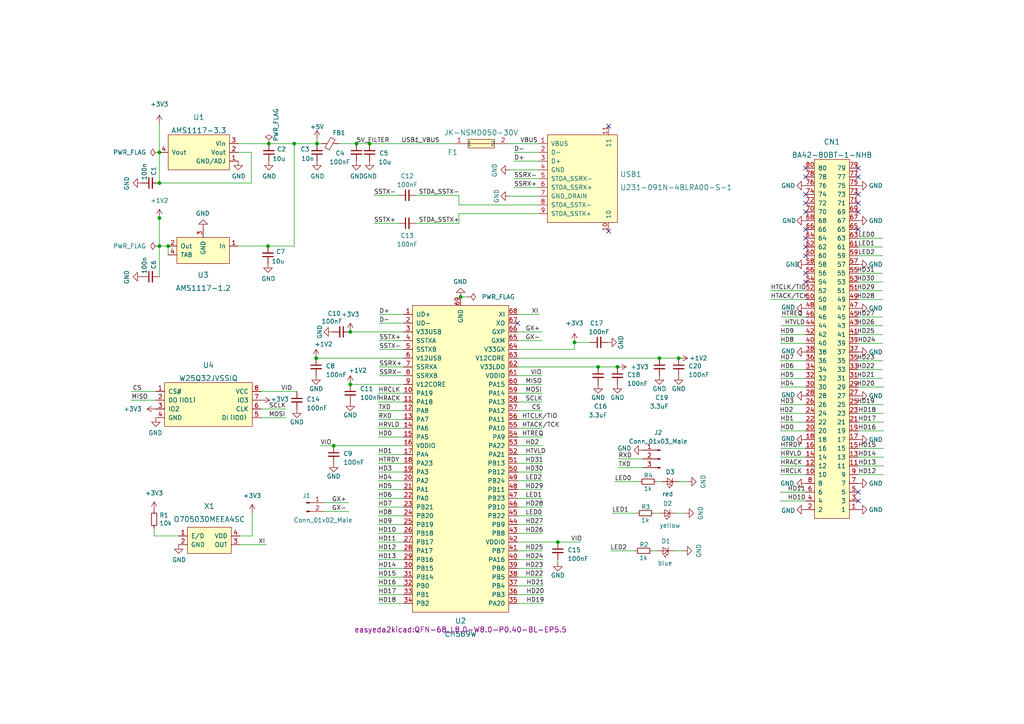
<source format=kicad_sch>
(kicad_sch (version 20211123) (generator eeschema)
  (paper "A4")
  (title_block (title "USB3 Superspeed FPGA Board") (company "Hans Baier"))
  (junction (at 91.694 103.886))
  (junction (at 101.6 111.506))
  (junction (at 77.978 41.656))
  (junction (at 191.262 103.886))
  (junction (at 46.228 63.246))
  (junction (at 46.228 53.086))
  (junction (at 101.6 96.266))
  (junction (at 77.724 71.374))
  (junction (at 46.228 71.374))
  (junction (at 161.798 157.226))
  (junction (at 166.624 99.314))
  (junction (at 196.85 103.886))
  (junction (at 96.774 129.286))
  (junction (at 133.604 86.106))
  (junction (at 179.07 106.426))
  (junction (at 46.228 44.196))
  (junction (at 173.482 106.426))
  (junction (at 107.188 41.656))
  (junction (at 48.768 71.374))
  (junction (at 85.344 41.656))
  (junction (at 103.378 41.656))
  (junction (at 91.948 41.656))
  (no_connect (at 233.68 61.468))
  (no_connect (at 248.92 66.548))
  (no_connect (at 248.92 61.468))
  (no_connect (at 248.92 58.928))
  (no_connect (at 248.92 56.388))
  (no_connect (at 233.68 74.168))
  (no_connect (at 233.68 69.088))
  (no_connect (at 233.68 71.628))
  (no_connect (at 233.68 66.548))
  (no_connect (at 248.92 145.288))
  (no_connect (at 248.92 51.308))
  (no_connect (at 150.114 93.726))
  (no_connect (at 176.53 36.576))
  (no_connect (at 248.92 142.748))
  (no_connect (at 176.53 67.056))
  (no_connect (at 248.92 48.768))
  (no_connect (at 233.68 48.768))
  (no_connect (at 233.68 51.308))
  (no_connect (at 233.68 56.388))
  (no_connect (at 233.68 58.928))
  (no_connect (at 233.68 79.248))
  (no_connect (at 233.68 81.788))
  (wire (pts (xy 117.094 147.066) (xy 109.728 147.066)))
  (wire (pts (xy 248.92 109.728) (xy 256.032 109.728)))
  (wire (pts (xy 109.982 108.966) (xy 117.094 108.966)))
  (wire (pts (xy 149.098 51.816) (xy 156.21 51.816)))
  (wire (pts (xy 69.088 71.374) (xy 77.724 71.374)))
  (wire (pts (xy 157.226 111.506) (xy 150.114 111.506)))
  (wire (pts (xy 248.92 71.628) (xy 256.032 71.628)))
  (wire (pts (xy 191.262 103.886) (xy 196.85 103.886)))
  (wire (pts (xy 109.728 119.126) (xy 117.094 119.126)))
  (wire (pts (xy 157.48 129.286) (xy 150.114 129.286)))
  (wire (pts (xy 256.032 107.188) (xy 248.92 107.188)))
  (wire (pts (xy 150.114 106.426) (xy 173.482 106.426)))
  (wire (pts (xy 248.92 97.028) (xy 256.032 97.028)))
  (wire (pts (xy 248.92 112.268) (xy 256.286 112.268)))
  (wire (pts (xy 226.314 137.668) (xy 233.68 137.668)))
  (wire (pts (xy 96.774 129.286) (xy 117.094 129.286)))
  (wire (pts (xy 108.458 64.77) (xy 115.57 64.77)))
  (wire (pts (xy 157.226 134.366) (xy 150.114 134.366)))
  (wire (pts (xy 46.228 63.246) (xy 46.228 71.374)))
  (wire (pts (xy 248.92 91.948) (xy 256.032 91.948)))
  (wire (pts (xy 91.948 40.386) (xy 91.948 41.656)))
  (wire (pts (xy 72.898 44.196) (xy 72.898 53.086)))
  (wire (pts (xy 256.032 69.088) (xy 248.92 69.088)))
  (wire (pts (xy 69.088 41.656) (xy 77.978 41.656)))
  (wire (pts (xy 109.982 101.346) (xy 117.094 101.346)))
  (wire (pts (xy 77.978 41.656) (xy 85.344 41.656)))
  (wire (pts (xy 91.694 103.886) (xy 117.094 103.886)))
  (wire (pts (xy 256.286 132.588) (xy 248.92 132.588)))
  (wire (pts (xy 256.286 122.428) (xy 248.92 122.428)))
  (wire (pts (xy 147.828 49.276) (xy 156.21 49.276)))
  (wire (pts (xy 150.114 103.886) (xy 191.262 103.886)))
  (wire (pts (xy 117.094 169.926) (xy 109.728 169.926)))
  (wire (pts (xy 117.094 144.526) (xy 109.728 144.526)))
  (wire (pts (xy 109.728 124.206) (xy 117.094 124.206)))
  (wire (pts (xy 157.226 114.046) (xy 150.114 114.046)))
  (wire (pts (xy 157.226 121.666) (xy 150.114 121.666)))
  (wire (pts (xy 117.094 131.826) (xy 109.728 131.826)))
  (wire (pts (xy 82.804 121.158) (xy 75.692 121.158)))
  (wire (pts (xy 109.982 98.806) (xy 117.094 98.806)))
  (wire (pts (xy 157.226 96.266) (xy 150.114 96.266)))
  (wire (pts (xy 72.898 53.086) (xy 46.228 53.086)))
  (wire (pts (xy 73.152 148.844) (xy 73.152 155.448)))
  (wire (pts (xy 157.226 124.206) (xy 150.114 124.206)))
  (wire (pts (xy 256.286 119.888) (xy 248.92 119.888)))
  (wire (pts (xy 256.032 99.568) (xy 248.92 99.568)))
  (wire (pts (xy 150.114 154.686) (xy 157.226 154.686)))
  (wire (pts (xy 226.314 135.128) (xy 233.68 135.128)))
  (wire (pts (xy 179.324 133.096) (xy 186.436 133.096)))
  (wire (pts (xy 173.482 106.426) (xy 179.07 106.426)))
  (wire (pts (xy 46.228 71.374) (xy 46.228 80.264)))
  (wire (pts (xy 248.92 104.648) (xy 256.032 104.648)))
  (wire (pts (xy 233.68 99.568) (xy 226.314 99.568)))
  (wire (pts (xy 117.094 152.146) (xy 109.728 152.146)))
  (wire (pts (xy 73.152 155.448) (xy 69.596 155.448)))
  (wire (pts (xy 166.624 99.314) (xy 166.624 101.346)))
  (wire (pts (xy 226.314 132.588) (xy 233.68 132.588)))
  (wire (pts (xy 44.704 155.448) (xy 44.704 153.162)))
  (wire (pts (xy 101.092 148.336) (xy 93.98 148.336)))
  (wire (pts (xy 161.798 162.306) (xy 161.798 163.068)))
  (wire (pts (xy 190.5 159.766) (xy 189.23 159.766)))
  (wire (pts (xy 133.096 61.976) (xy 133.096 64.77)))
  (wire (pts (xy 157.226 126.746) (xy 150.114 126.746)))
  (wire (pts (xy 117.094 157.226) (xy 109.728 157.226)))
  (wire (pts (xy 196.088 148.844) (xy 198.628 148.844)))
  (wire (pts (xy 248.92 84.328) (xy 256.032 84.328)))
  (wire (pts (xy 46.228 71.374) (xy 48.768 71.374)))
  (wire (pts (xy 48.768 71.374) (xy 48.768 73.914)))
  (wire (pts (xy 51.816 155.448) (xy 44.704 155.448)))
  (wire (pts (xy 226.314 124.968) (xy 233.68 124.968)))
  (wire (pts (xy 69.596 157.988) (xy 77.216 157.988)))
  (wire (pts (xy 226.314 130.048) (xy 233.68 130.048)))
  (wire (pts (xy 157.48 169.926) (xy 150.114 169.926)))
  (wire (pts (xy 117.094 141.986) (xy 109.728 141.986)))
  (wire (pts (xy 256.286 135.128) (xy 248.92 135.128)))
  (wire (pts (xy 195.58 159.766) (xy 198.12 159.766)))
  (wire (pts (xy 150.114 167.386) (xy 157.226 167.386)))
  (wire (pts (xy 157.48 175.006) (xy 150.114 175.006)))
  (wire (pts (xy 38.1 116.078) (xy 45.212 116.078)))
  (wire (pts (xy 117.094 167.386) (xy 109.728 167.386)))
  (wire (pts (xy 150.114 162.306) (xy 157.48 162.306)))
  (wire (pts (xy 103.378 41.656) (xy 107.188 41.656)))
  (wire (pts (xy 179.324 135.636) (xy 186.436 135.636)))
  (wire (pts (xy 248.92 81.788) (xy 256.032 81.788)))
  (wire (pts (xy 69.088 44.196) (xy 72.898 44.196)))
  (wire (pts (xy 109.982 91.186) (xy 117.094 91.186)))
  (wire (pts (xy 101.092 145.796) (xy 93.98 145.796)))
  (wire (pts (xy 117.094 175.006) (xy 109.728 175.006)))
  (wire (pts (xy 85.344 71.374) (xy 85.344 41.656)))
  (wire (pts (xy 233.68 97.028) (xy 226.314 97.028)))
  (wire (pts (xy 157.226 119.126) (xy 150.114 119.126)))
  (wire (pts (xy 233.68 94.488) (xy 226.568 94.488)))
  (wire (pts (xy 150.114 91.186) (xy 156.464 91.186)))
  (wire (pts (xy 117.094 159.766) (xy 109.728 159.766)))
  (wire (pts (xy 256.032 94.488) (xy 248.92 94.488)))
  (wire (pts (xy 248.92 79.248) (xy 256.032 79.248)))
  (wire (pts (xy 101.6 96.266) (xy 117.094 96.266)))
  (wire (pts (xy 157.226 144.526) (xy 150.114 144.526)))
  (wire (pts (xy 109.728 116.586) (xy 117.094 116.586)))
  (wire (pts (xy 226.314 145.288) (xy 233.68 145.288)))
  (wire (pts (xy 177.038 159.766) (xy 184.15 159.766)))
  (wire (pts (xy 233.68 109.728) (xy 226.314 109.728)))
  (wire (pts (xy 109.982 106.426) (xy 117.094 106.426)))
  (wire (pts (xy 133.096 59.436) (xy 156.21 59.436)))
  (wire (pts (xy 161.798 157.226) (xy 168.402 157.226)))
  (wire (pts (xy 157.226 98.806) (xy 150.114 98.806)))
  (wire (pts (xy 92.964 129.286) (xy 96.774 129.286)))
  (wire (pts (xy 117.094 139.446) (xy 109.728 139.446)))
  (wire (pts (xy 185.42 139.7) (xy 178.308 139.7)))
  (wire (pts (xy 133.604 86.106) (xy 135.382 86.106)))
  (wire (pts (xy 117.094 154.686) (xy 109.728 154.686)))
  (wire (pts (xy 166.624 99.314) (xy 171.196 99.314)))
  (wire (pts (xy 233.68 112.268) (xy 226.314 112.268)))
  (wire (pts (xy 75.692 113.538) (xy 86.106 113.538)))
  (wire (pts (xy 46.228 35.941) (xy 46.228 44.196)))
  (wire (pts (xy 120.65 64.77) (xy 133.096 64.77)))
  (wire (pts (xy 149.098 46.736) (xy 156.21 46.736)))
  (wire (pts (xy 147.193 41.656) (xy 156.21 41.656)))
  (wire (pts (xy 223.52 84.328) (xy 233.68 84.328)))
  (wire (pts (xy 77.724 71.374) (xy 85.344 71.374)))
  (wire (pts (xy 157.226 159.766) (xy 150.114 159.766)))
  (wire (pts (xy 150.114 101.346) (xy 166.624 101.346)))
  (wire (pts (xy 38.1 113.538) (xy 45.212 113.538)))
  (wire (pts (xy 248.92 74.168) (xy 256.032 74.168)))
  (wire (pts (xy 226.314 119.888) (xy 233.68 119.888)))
  (wire (pts (xy 117.094 164.846) (xy 109.728 164.846)))
  (wire (pts (xy 191.008 148.844) (xy 189.738 148.844)))
  (wire (pts (xy 46.228 53.086) (xy 46.228 44.196)))
  (wire (pts (xy 91.948 41.656) (xy 93.218 41.656)))
  (wire (pts (xy 150.114 108.966) (xy 157.226 108.966)))
  (wire (pts (xy 157.226 152.146) (xy 150.114 152.146)))
  (wire (pts (xy 147.828 56.896) (xy 156.21 56.896)))
  (wire (pts (xy 109.728 114.046) (xy 117.094 114.046)))
  (wire (pts (xy 85.344 41.656) (xy 91.948 41.656)))
  (wire (pts (xy 256.286 137.668) (xy 248.92 137.668)))
  (wire (pts (xy 248.92 117.348) (xy 256.286 117.348)))
  (wire (pts (xy 120.65 56.642) (xy 133.096 56.642)))
  (wire (pts (xy 157.226 149.606) (xy 150.114 149.606)))
  (wire (pts (xy 117.094 136.906) (xy 109.728 136.906)))
  (wire (pts (xy 108.458 56.642) (xy 115.57 56.642)))
  (wire (pts (xy 196.85 139.7) (xy 199.39 139.7)))
  (wire (pts (xy 107.188 41.656) (xy 131.953 41.656)))
  (wire (pts (xy 233.68 117.348) (xy 226.314 117.348)))
  (wire (pts (xy 117.094 162.306) (xy 109.728 162.306)))
  (wire (pts (xy 157.226 131.826) (xy 150.114 131.826)))
  (wire (pts (xy 233.68 122.428) (xy 226.314 122.428)))
  (wire (pts (xy 149.098 44.196) (xy 156.21 44.196)))
  (wire (pts (xy 157.226 164.846) (xy 150.114 164.846)))
  (wire (pts (xy 256.286 130.048) (xy 248.92 130.048)))
  (wire (pts (xy 233.68 107.188) (xy 226.314 107.188)))
  (wire (pts (xy 256.286 124.968) (xy 248.92 124.968)))
  (wire (pts (xy 157.226 147.066) (xy 150.114 147.066)))
  (wire (pts (xy 109.982 93.726) (xy 117.094 93.726)))
  (wire (pts (xy 157.48 172.466) (xy 150.114 172.466)))
  (wire (pts (xy 157.226 116.586) (xy 150.114 116.586)))
  (wire (pts (xy 149.098 54.356) (xy 156.21 54.356)))
  (wire (pts (xy 133.096 56.642) (xy 133.096 59.436)))
  (wire (pts (xy 223.52 86.868) (xy 233.68 86.868)))
  (wire (pts (xy 109.728 126.746) (xy 117.094 126.746)))
  (wire (pts (xy 117.094 172.466) (xy 109.728 172.466)))
  (wire (pts (xy 233.68 104.648) (xy 226.314 104.648)))
  (wire (pts (xy 157.226 136.906) (xy 150.114 136.906)))
  (wire (pts (xy 82.804 118.618) (xy 75.692 118.618)))
  (wire (pts (xy 157.226 139.446) (xy 150.114 139.446)))
  (wire (pts (xy 226.314 142.748) (xy 233.68 142.748)))
  (wire (pts (xy 177.546 148.844) (xy 184.658 148.844)))
  (wire (pts (xy 98.298 41.656) (xy 103.378 41.656)))
  (wire (pts (xy 233.68 91.948) (xy 226.568 91.948)))
  (wire (pts (xy 157.226 141.986) (xy 150.114 141.986)))
  (wire (pts (xy 46.228 63.119) (xy 46.228 63.246)))
  (wire (pts (xy 117.094 149.606) (xy 109.728 149.606)))
  (wire (pts (xy 109.728 134.366) (xy 117.094 134.366)))
  (wire (pts (xy 109.728 121.666) (xy 117.094 121.666)))
  (wire (pts (xy 191.77 139.7) (xy 190.5 139.7)))
  (wire (pts (xy 150.114 157.226) (xy 161.798 157.226)))
  (wire (pts (xy 101.6 111.506) (xy 117.094 111.506)))
  (wire (pts (xy 248.92 86.868) (xy 256.032 86.868)))
  (wire (pts (xy 133.096 61.976) (xy 156.21 61.976)))
  (label "HD10" (at 233.68 145.288 180))
  (label "HD12" (at 248.92 137.668 0))
  (label "HD12" (at 109.728 159.766 0))
  (label "SCLK" (at 152.4 116.586 0))
  (label "RXD" (at 109.728 121.666 0))
  (label "HD21" (at 253.746 109.728 180))
  (label "HD8" (at 109.728 149.606 0))
  (label "SSTX-" (at 108.458 56.642 0))
  (label "HD28" (at 253.746 86.868 180))
  (label "CS" (at 154.178 119.126 0))
  (label "HD5" (at 226.314 109.728 0))
  (label "STDA_SSTX-" (at 121.412 56.642 0))
  (label "VBUS" (at 150.876 41.656 0))
  (label "HD11" (at 109.728 157.226 0))
  (label "HTCLK{slash}TIO" (at 223.52 84.328 0))
  (label "HTREQ" (at 226.568 91.948 0))
  (label "GX+" (at 96.266 145.796 0))
  (label "GX-" (at 152.4 98.806 0))
  (label "SSRX+" (at 109.982 106.426 0))
  (label "HTVLD" (at 152.4 131.826 0))
  (label "HD18" (at 109.728 175.006 0))
  (label "RXD" (at 179.324 133.096 0))
  (label "STDA_SSTX+" (at 121.412 64.77 0))
  (label "HD16" (at 248.92 124.968 0))
  (label "HD23" (at 152.4 164.846 0))
  (label "XI" (at 74.93 157.988 0))
  (label "HD29" (at 152.4 141.986 0))
  (label "VIO" (at 81.534 113.538 0))
  (label "HD18" (at 248.92 119.888 0))
  (label "HTRDY" (at 226.314 130.048 0))
  (label "HD24" (at 253.9843 99.568 180))
  (label "HTACK{slash}TCK" (at 223.52 86.868 0))
  (label "HD7" (at 226.314 104.648 0))
  (label "LED1" (at 182.372 148.844 180))
  (label "HD19" (at 253.746 117.348 180))
  (label "HRVLD" (at 226.314 132.588 0))
  (label "HD2" (at 152.4 129.286 0))
  (label "MOSI" (at 152.4 114.046 0))
  (label "LED2" (at 181.864 159.766 180))
  (label "SCLK" (at 77.978 118.618 0))
  (label "HD15" (at 109.728 167.386 0))
  (label "HD30" (at 253.746 81.788 180))
  (label "HD13" (at 248.92 135.128 0))
  (label "XI" (at 154.178 91.186 0))
  (label "CS" (at 41.148 113.538 180))
  (label "MISO" (at 42.926 116.078 180))
  (label "HD6" (at 109.728 144.526 0))
  (label "HTCLK{slash}TIO" (at 151.384 121.666 0))
  (label "SSTX+" (at 109.982 98.806 0))
  (label "HD2" (at 230.124 119.888 180))
  (label "LED0" (at 178.308 139.7 0))
  (label "HD4" (at 226.314 112.268 0))
  (label "HD25" (at 152.4 159.766 0))
  (label "VIO" (at 92.964 129.286 0))
  (label "HTVLD" (at 227.584 94.488 0))
  (label "LED2" (at 152.4 139.446 0))
  (label "VIO" (at 165.608 157.226 0))
  (label "HD29" (at 253.746 84.328 180))
  (label "TXD" (at 109.728 119.126 0))
  (label "USB1_VBUS" (at 127.508 41.656 180))
  (label "HD19" (at 152.654 175.006 0))
  (label "D+" (at 109.982 91.186 0))
  (label "HD1" (at 109.728 131.826 0))
  (label "HRACK" (at 226.314 135.128 0))
  (label "HD27" (at 253.746 91.948 180))
  (label "HD15" (at 248.92 130.048 0))
  (label "HTRDY" (at 109.728 134.366 0))
  (label "HD8" (at 226.314 99.568 0))
  (label "LED0" (at 248.92 69.088 0))
  (label "D-" (at 149.098 44.196 0))
  (label "HD16" (at 109.728 169.926 0))
  (label "HD22" (at 253.746 107.188 180))
  (label "HD24" (at 152.4157 162.306 0))
  (label "HD17" (at 248.92 122.428 0))
  (label "HTREQ" (at 151.384 126.746 0))
  (label "HD3" (at 109.728 136.906 0))
  (label "HD22" (at 152.4 167.386 0))
  (label "HRCLK" (at 226.314 137.668 0))
  (label "5V_FILTER" (at 103.378 41.656 0))
  (label "HTACK{slash}TCK" (at 151.384 124.206 0))
  (label "MISO" (at 152.4 111.506 0))
  (label "HD4" (at 109.728 139.446 0))
  (label "D-" (at 109.982 93.726 0))
  (label "HD26" (at 253.7303 94.488 180))
  (label "HD6" (at 226.314 107.188 0))
  (label "LED2" (at 253.746 74.168 180))
  (label "HD28" (at 152.4 147.066 0))
  (label "HD30" (at 152.4 136.906 0))
  (label "HD1" (at 226.314 122.428 0))
  (label "GX-" (at 96.266 148.336 0))
  (label "HD5" (at 109.728 141.986 0))
  (label "HD9" (at 226.314 97.028 0))
  (label "SSRX-" (at 149.098 51.816 0))
  (label "HD31" (at 152.4 134.366 0))
  (label "LED1" (at 152.4 144.526 0))
  (label "HD7" (at 109.728 147.066 0))
  (label "HD0" (at 109.728 126.746 0))
  (label "SSRX+" (at 149.098 54.356 0))
  (label "LED1" (at 253.746 71.628 180))
  (label "HD17" (at 109.728 172.466 0))
  (label "HD26" (at 152.4157 154.686 0))
  (label "HD11" (at 233.68 142.748 180))
  (label "SSRX-" (at 109.982 108.966 0))
  (label "HD31" (at 253.746 79.248 180))
  (label "HD9" (at 109.728 152.146 0))
  (label "SSTX+" (at 108.458 64.77 0))
  (label "HRCLK" (at 109.728 114.046 0))
  (label "GX+" (at 152.4 96.266 0))
  (label "HD3" (at 226.314 117.348 0))
  (label "HD23" (at 253.746 104.648 180))
  (label "TXD" (at 179.324 135.636 0))
  (label "HD27" (at 152.4 152.146 0))
  (label "HD25" (at 253.746 97.028 180))
  (label "HRVLD" (at 109.728 124.206 0))
  (label "D+" (at 149.098 46.736 0))
  (label "HD14" (at 248.92 132.588 0))
  (label "HRACK" (at 109.728 116.586 0))
  (label "SSTX-" (at 109.982 101.346 0))
  (label "LED0" (at 152.4 149.606 0))
  (label "MOSI" (at 77.978 121.158 0))
  (label "HD10" (at 109.728 154.686 0))
  (label "HD14" (at 109.728 164.846 0))
  (label "HD20" (at 253.746 112.268 180))
  (label "HD21" (at 152.654 169.926 0))
  (label "HD0" (at 226.314 124.968 0))
  (label "HD13" (at 109.728 162.306 0))
  (label "HD20" (at 152.654 172.466 0))
  (label "VIO" (at 153.924 108.966 0))
  (symbol (lib_id "power:GND") (at 173.482 111.506 0) (unit 1)
    (property "Reference" "#PWR0122" (effects hide))
    (property "Value" "GND" (at 173.482 115.316 0))
  )
  (symbol (lib_id "jlcpcb-basic-mlcc-0805:2.2uF") (at 173.482 108.966 0) (unit 1)
    (property "Reference" "C16" (at 172.212 117.856 0) (effects (justify left)))
    (property "Value" "3.3uF" (at 170.688 120.396 0) (effects (justify left)))
    (property "Footprint" "Capacitor_SMD:C_0603_1608Metric" (effects hide))
    (property "LCSC" "C51412" (effects hide))
  )
  (symbol (lib_id "power:PWR_FLAG") (at 46.228 71.374 90) (unit 1)
    (property "Reference" "#FLG0101" (effects hide))
    (property "Value" "PWR_FLAG" (at 42.418 71.3739 90) (effects (justify left)))
  )
  (symbol (lib_id "easyeda2kicad:BA42-80BT-1-NHB") (at 241.3 98.298 180) (unit 1)
    (property "Reference" "CN1" (at 241.3 41.148 0) (effects (font (size 1.524 1.524))))
    (property "Value" "BA42-80BT-1-NHB" (at 241.3 44.958 0) (effects (font (size 1.524 1.524))))
    (property "Footprint" "easyeda2kicad:CONN-SMD_BA42-80BT-1-NHB" (effects hide))
    (property "Datasheet" "https://lcsc.com/product-detail/Mezzanine-Connectors-Board-to-Board_STWXE-BA42-80BT-1-NHB_C508676.html" (effects hide))
    (property "Manufacturer" "STWXE" (effects hide))
    (property "LCSC Part" "C508676" (effects hide))
    (property "JLC Part" "Extended Part" (effects hide))
  )
  (symbol (lib_id "power:GND") (at 96.774 134.366 0) (unit 1)
    (property "Reference" "#PWR0116" (effects hide))
    (property "Value" "GND" (at 96.774 138.176 0))
  )
  (symbol (lib_id "power:GND") (at 147.828 49.276 270) (unit 1)
    (property "Reference" "#PWR0119" (effects hide))
    (property "Value" "GND" (at 143.4338 49.403 0))
  )
  (symbol (lib_id "jlcpcb-basic-mlcc-0402:100nF") (at 91.694 106.426 0) (unit 1)
    (property "Reference" "C8" (at 94.488 106.172 0) (effects (justify left)))
    (property "Value" "100nF" (at 94.488 108.712 0) (effects (justify left)))
    (property "Footprint" "Capacitor_SMD:C_0805_2012Metric" (effects hide))
    (property "Datasheet" "https://datasheet.lcsc.com/szlcsc/Samsung-Electro-Mechanics-CL05B104KO5NNNC_C1525.pdf" (effects hide))
    (property "LCSC" "C49678" (effects hide))
  )
  (symbol (lib_id "power:GND") (at 233.68 64.008 270) (unit 1)
    (property "Reference" "#PWR0134" (effects hide))
    (property "Value" "GND" (at 228.854 64.008 90))
  )
  (symbol (lib_id "power:PWR_FLAG") (at 77.978 41.656 0) (unit 1)
    (property "Reference" "#FLG02" (effects hide))
    (property "Value" "PWR_FLAG" (at 80.039 41.021 90) (effects (justify left)))
  )
  (symbol (lib_id "Device:LED_Small") (at 193.548 148.844 180) (unit 1)
    (property "Reference" "D2" (at 192.278 146.05 0) (effects (justify right)))
    (property "Value" "yellow" (at 191.262 152.4 0) (effects (justify right)))
    (property "Footprint" "LED_SMD:LED_0603_1608Metric" (effects hide))
    (property "LCSC" "C72038" (effects hide))
  )
  (symbol (lib_id "power:GND") (at 96.52 96.266 270) (unit 1)
    (property "Reference" "#PWR0106" (effects hide))
    (property "Value" "GND" (at 92.71 96.266 0))
  )
  (symbol (lib_id "Device:R_Small") (at 186.69 159.766 270) (unit 1)
    (property "Reference" "R2" (at 185.42 157.988 90) (effects (justify left)))
    (property "Value" "1k" (at 185.42 161.798 90) (effects (justify left)))
    (property "Footprint" "Resistor_SMD:R_0603_1608Metric" (effects hide))
    (property "LCSC" "C21190" (effects hide))
  )
  (symbol (lib_id "Device:C_Small") (at 43.688 53.086 90) (unit 1)
    (property "Reference" "C1" (at 44.5873 50.9591 0) (effects (justify left)))
    (property "Value" "100n" (at 41.8771 52.2834 0) (effects (justify left)))
    (property "Footprint" "Capacitor_SMD:C_0805_2012Metric" (effects hide))
    (property "LCSC" "C49678" (effects hide))
  )
  (symbol (lib_id "power:GND") (at 248.92 53.848 90) (unit 1)
    (property "Reference" "#PWR0132" (effects hide))
    (property "Value" "GND" (at 254 53.848 90))
  )
  (symbol (lib_id "power:+3V3") (at 45.212 118.618 90) (unit 1)
    (property "Reference" "#PWR0110" (effects hide))
    (property "Value" "+3V3" (at 41.148 118.6179 90) (effects (justify left)))
  )
  (symbol (lib_id "power:GND") (at 248.92 140.208 90) (unit 1)
    (property "Reference" "#PWR0136" (effects hide))
    (property "Value" "GND" (at 254 140.208 90))
  )
  (symbol (lib_id "easyeda2kicad:JK-NSMD050-30V") (at 139.573 41.656 0) (unit 1)
    (property "Reference" "F1" (at 131.318 44.196 0) (effects (font (size 1.524 1.524))))
    (property "Value" "JK-NSMD050-30V" (at 139.573 38.481 0) (effects (font (size 1.524 1.524))))
    (property "Footprint" "easyeda2kicad:F1206" (effects hide))
    (property "Datasheet" "https://lcsc.com/product-detail/PTC-Resettable-Fuses_Jinrui-Electronic-Materials-Co-JK-NSMD050-30V_C720075.html" (effects hide))
    (property "Manufacturer" "Jinrui Electronic Materials Co." (effects hide))
    (property "LCSC Part" "C720075" (effects hide))
    (property "JLC Part" "Extended Part" (effects hide))
  )
  (symbol (lib_id "power:GND") (at 233.68 114.808 270) (unit 1)
    (property "Reference" "#PWR0146" (effects hide))
    (property "Value" "GND" (at 228.6 114.554 90))
  )
  (symbol (lib_id "Device:R_Small") (at 187.96 139.7 270) (unit 1)
    (property "Reference" "R4" (at 186.69 137.922 90) (effects (justify left)))
    (property "Value" "1k" (at 186.69 141.732 90) (effects (justify left)))
    (property "Footprint" "Resistor_SMD:R_0603_1608Metric" (effects hide))
    (property "LCSC" "C21190" (effects hide))
  )
  (symbol (lib_id "Device:C_Small") (at 91.948 44.196 180) (unit 1)
    (property "Reference" "C3" (at 89.8211 43.2967 0) (effects (justify left)))
    (property "Value" "10n" (at 91.1454 46.0069 0) (effects (justify left)))
    (property "Footprint" "Capacitor_SMD:C_0805_2012Metric" (effects hide))
    (property "LCSC" "C1710" (effects hide))
  )
  (symbol (lib_id "power:GND") (at 233.68 76.708 270) (unit 1)
    (property "Reference" "#PWR0141" (effects hide))
    (property "Value" "GND" (at 229.87 76.708 90))
  )
  (symbol (lib_id "Device:C_Small") (at 43.688 80.264 90) (unit 1)
    (property "Reference" "C6" (at 44.5873 78.1371 0) (effects (justify left)))
    (property "Value" "100n" (at 41.8771 79.4614 0) (effects (justify left)))
    (property "Footprint" "Capacitor_SMD:C_0805_2012Metric" (effects hide))
    (property "LCSC" "C49678" (effects hide))
  )
  (symbol (lib_id "power:+5V") (at 91.948 40.386 0) (unit 1)
    (property "Reference" "#PWR05" (effects hide))
    (property "Value" "+5V" (at 91.948 36.7814 0))
  )
  (symbol (lib_id "power:+1V2") (at 46.228 63.246 0) (unit 1)
    (property "Reference" "#PWR0101" (effects hide))
    (property "Value" "+1V2" (at 46.228 58.166 0))
  )
  (symbol (lib_id "power:GND") (at 248.92 76.708 90) (unit 1)
    (property "Reference" "#PWR0140" (effects hide))
    (property "Value" "GND" (at 254 76.708 90))
  )
  (symbol (lib_id "power:GND") (at 91.694 108.966 0) (unit 1)
    (property "Reference" "#PWR0114" (effects hide))
    (property "Value" "GND" (at 91.694 112.776 0))
  )
  (symbol (lib_id "power:GND") (at 199.39 139.7 90) (unit 1)
    (property "Reference" "#PWR0121" (effects hide))
    (property "Value" "GND" (at 203.9526 139.7 0))
  )
  (symbol (lib_id "jlcpcb-basic-mlcc-0402:100nF") (at 118.11 56.642 90) (unit 1)
    (property "Reference" "C12" (at 118.11 51.054 90))
    (property "Value" "100nF" (at 118.11 53.594 90))
    (property "Footprint" "Capacitor_SMD:C_0402_1005Metric" (effects hide))
    (property "Datasheet" "https://datasheet.lcsc.com/szlcsc/Samsung-Electro-Mechanics-CL05B104KO5NNNC_C1525.pdf" (effects hide))
    (property "LCSC" "C1525" (effects hide))
  )
  (symbol (lib_id "power:GND") (at 248.92 114.808 90) (unit 1)
    (property "Reference" "#PWR0147" (effects hide))
    (property "Value" "GND" (at 254 114.808 90))
  )
  (symbol (lib_id "power:GND") (at 179.07 111.506 0) (unit 1)
    (property "Reference" "#PWR0126" (effects hide))
    (property "Value" "GND" (at 179.07 115.316 0))
  )
  (symbol (lib_id "power:GND") (at 196.85 108.966 0) (unit 1)
    (property "Reference" "#PWR0127" (effects hide))
    (property "Value" "GND" (at 196.85 112.776 0))
  )
  (symbol (lib_id "power:GND") (at 248.92 102.108 90) (unit 1)
    (property "Reference" "#PWR0138" (effects hide))
    (property "Value" "GND" (at 254 102.108 90))
  )
  (symbol (lib_id "power:PWR_FLAG") (at 135.382 86.106 270) (unit 1)
    (property "Reference" "#FLG0102" (effects hide))
    (property "Value" "PWR_FLAG" (at 139.7 86.1059 90) (effects (justify left)))
  )
  (symbol (lib_id "jlcpcb-basic-mlcc-0402:100nF") (at 99.06 96.266 270) (unit 1)
    (property "Reference" "C10" (at 94.996 90.932 90) (effects (justify left)))
    (property "Value" "100nF" (at 93.218 93.218 90) (effects (justify left)))
    (property "Footprint" "Capacitor_SMD:C_0805_2012Metric" (effects hide))
    (property "Datasheet" "https://datasheet.lcsc.com/szlcsc/Samsung-Electro-Mechanics-CL05B104KO5NNNC_C1525.pdf" (effects hide))
    (property "LCSC" "C49678" (effects hide))
  )
  (symbol (lib_id "power:GND") (at 45.212 121.158 0) (mirror y) (unit 1)
    (property "Reference" "#PWR0111" (effects hide))
    (property "Value" "GND" (at 45.085 125.5522 0))
  )
  (symbol (lib_id "power:GND") (at 161.798 163.068 0) (unit 1)
    (property "Reference" "#PWR0118" (effects hide))
    (property "Value" "GND" (at 161.798 166.878 0))
  )
  (symbol (lib_id "power:+3V3") (at 73.152 148.844 0) (unit 1)
    (property "Reference" "#PWR0109" (effects hide))
    (property "Value" "+3V3" (at 73.152 143.764 0))
  )
  (symbol (lib_id "power:GND") (at 69.088 46.736 0) (unit 1)
    (property "Reference" "#PWR03" (effects hide))
    (property "Value" "GND" (at 69.215 51.1302 0))
  )
  (symbol (lib_id "easyeda2kicad:W25Q32JVSSIQ") (at 60.452 117.348 0) (unit 1)
    (property "Reference" "U4" (at 60.452 105.918 0) (effects (font (size 1.524 1.524))))
    (property "Value" "W25Q32JVSSIQ" (at 60.452 109.728 0) (effects (font (size 1.524 1.524))))
    (property "Footprint" "easyeda2kicad:SOIC-8_L5.3-W5.3-P1.27-LS8.0-BL" (effects hide))
    (property "Datasheet" "https://lcsc.com/product-detail/FLASH_W25Q32JVSSIQ_C82344.html" (effects hide))
    (property "Manufacturer" "WINBOND" (effects hide))
    (property "LCSC Part" "C82344" (effects hide))
    (property "JLC Part" "Extended Part" (effects hide))
  )
  (symbol (lib_id "Device:C_Small") (at 77.978 44.196 180) (unit 1)
    (property "Reference" "C2" (at 80.3022 43.2875 0) (effects (justify right)))
    (property "Value" "10u" (at 79.0322 46.0626 0) (effects (justify right)))
    (property "Footprint" "Capacitor_SMD:C_0805_2012Metric" (effects hide))
    (property "LCSC" "C15850" (effects hide))
  )
  (symbol (lib_id "jlcpcb-basic-mlcc-0402:100nF") (at 118.11 64.77 90) (unit 1)
    (property "Reference" "C13" (at 118.11 68.326 90))
    (property "Value" "100nF" (at 118.11 70.866 90))
    (property "Footprint" "Capacitor_SMD:C_0402_1005Metric" (effects hide))
    (property "Datasheet" "https://datasheet.lcsc.com/szlcsc/Samsung-Electro-Mechanics-CL05B104KO5NNNC_C1525.pdf" (effects hide))
    (property "LCSC" "C1525" (effects hide))
  )
  (symbol (lib_id "power:GND") (at 233.68 140.208 270) (unit 1)
    (property "Reference" "#PWR0145" (effects hide))
    (property "Value" "GND" (at 228.346 140.208 90))
  )
  (symbol (lib_id "power:GND") (at 248.92 64.008 90) (unit 1)
    (property "Reference" "#PWR0133" (effects hide))
    (property "Value" "GND" (at 254 64.008 90))
  )
  (symbol (lib_id "Device:LED_Small") (at 193.04 159.766 180) (unit 1)
    (property "Reference" "D1" (at 191.77 156.972 0) (effects (justify right)))
    (property "Value" "blue" (at 190.754 163.322 0) (effects (justify right)))
    (property "Footprint" "LED_SMD:LED_0603_1608Metric" (effects hide))
    (property "LCSC" "C72041" (effects hide))
  )
  (symbol (lib_id "jlcpcb-basic-mlcc-0805:100nF") (at 103.378 44.196 0) (unit 1)
    (property "Reference" "C4" (at 97.282 44.45 0) (effects (justify left)))
    (property "Value" "100nF" (at 95.504 46.99 0) (effects (justify left)))
    (property "Footprint" "Capacitor_SMD:C_0805_2012Metric" (effects hide))
    (property "Datasheet" "https://datasheet.lcsc.com/szlcsc/YAGEO-CC0805KRX7R9BB104_C49678.pdf" (effects hide))
    (property "LCSC" "C49678" (effects hide))
  )
  (symbol (lib_id "jlcpcb-basic-mlcc-0402:100nF") (at 96.774 131.826 0) (unit 1)
    (property "Reference" "C9" (at 99.568 131.572 0) (effects (justify left)))
    (property "Value" "100nF" (at 99.568 134.112 0) (effects (justify left)))
    (property "Footprint" "Capacitor_SMD:C_0805_2012Metric" (effects hide))
    (property "Datasheet" "https://datasheet.lcsc.com/szlcsc/Samsung-Electro-Mechanics-CL05B104KO5NNNC_C1525.pdf" (effects hide))
    (property "LCSC" "C49678" (effects hide))
  )
  (symbol (lib_id "power:GND") (at 103.378 46.736 0) (unit 1)
    (property "Reference" "#PWR07" (effects hide))
    (property "Value" "GND" (at 103.505 51.1302 0))
  )
  (symbol (lib_id "power:GND") (at 248.92 147.828 90) (unit 1)
    (property "Reference" "#PWR0135" (effects hide))
    (property "Value" "GND" (at 254 147.828 90))
  )
  (symbol (lib_id "power:GND") (at 233.68 127.508 270) (unit 1)
    (property "Reference" "#PWR0144" (effects hide))
    (property "Value" "GND" (at 228.6 127.254 90))
  )
  (symbol (lib_id "Device:C_Small") (at 77.724 73.914 180) (unit 1)
    (property "Reference" "C7" (at 80.0482 73.0055 0) (effects (justify right)))
    (property "Value" "10u" (at 78.7782 75.7806 0) (effects (justify right)))
    (property "Footprint" "Capacitor_SMD:C_0805_2012Metric" (effects hide))
    (property "LCSC" "C15850" (effects hide))
  )
  (symbol (lib_id "power:GND") (at 233.68 89.408 270) (unit 1)
    (property "Reference" "#PWR0142" (effects hide))
    (property "Value" "GND" (at 228.6 89.154 90))
  )
  (symbol (lib_id "easyeda2kicad:U231-091N-4BLRA00-S-1") (at 168.91 51.816 0) (unit 1)
    (property "Reference" "USB1" (at 179.832 50.546 0) (effects (font (size 1.524 1.524)) (justify left)))
    (property "Value" "U231-091N-4BLRA00-S-1" (at 179.832 54.356 0) (effects (font (size 1.524 1.524)) (justify left)))
    (property "Footprint" "easyeda2kicad:USB-A-SMD_U231-091N-4BLRA00-S-1" (effects hide))
    (property "Manufacturer" "XKB Connectivity(中国星坤)" (effects hide))
    (property "LCSC Part" "C381140" (effects hide))
    (property "JLC Part" "Extended Part" (effects hide))
  )
  (symbol (lib_id "power:PWR_FLAG") (at 46.228 44.196 90) (unit 1)
    (property "Reference" "#FLG01" (effects hide))
    (property "Value" "PWR_FLAG" (at 42.418 44.1959 90) (effects (justify left)))
  )
  (symbol (lib_id "Device:R_Small") (at 187.198 148.844 270) (unit 1)
    (property "Reference" "R3" (at 185.928 147.066 90) (effects (justify left)))
    (property "Value" "1k" (at 185.928 150.876 90) (effects (justify left)))
    (property "Footprint" "Resistor_SMD:R_0603_1608Metric" (effects hide))
    (property "LCSC" "C21190" (effects hide))
  )
  (symbol (lib_id "power:+3V3") (at 166.624 99.314 0) (unit 1)
    (property "Reference" "#PWR0124" (effects hide))
    (property "Value" "+3V3" (at 166.624 93.726 0))
  )
  (symbol (lib_id "power:GND") (at 198.12 159.766 90) (unit 1)
    (property "Reference" "#PWR011" (effects hide))
    (property "Value" "GND" (at 202.6826 159.766 0))
  )
  (symbol (lib_id "power:+3V3") (at 179.07 106.426 270) (unit 1)
    (property "Reference" "#PWR0123" (effects hide))
    (property "Value" "+3V3" (at 182.88 106.4259 90) (effects (justify left)))
  )
  (symbol (lib_id "power:GND") (at 77.724 76.454 0) (unit 1)
    (property "Reference" "#PWR0104" (effects hide))
    (property "Value" "GND" (at 77.851 80.8482 0))
  )
  (symbol (lib_id "power:+1V2") (at 101.6 111.506 0) (unit 1)
    (property "Reference" "#PWR0117" (effects hide))
    (property "Value" "+1V2" (at 101.092 107.442 0) (effects (justify left)))
  )
  (symbol (lib_id "power:GND") (at 248.92 89.408 90) (unit 1)
    (property "Reference" "#PWR0139" (effects hide))
    (property "Value" "GND" (at 254 89.408 90))
  )
  (symbol (lib_id "jlcpcb-basic-mlcc-0805:2.2uF") (at 191.262 106.426 0) (unit 1)
    (property "Reference" "C19" (at 189.992 115.316 0) (effects (justify left)))
    (property "Value" "3.3uF" (at 188.468 117.856 0) (effects (justify left)))
    (property "Footprint" "Capacitor_SMD:C_0603_1608Metric" (effects hide))
    (property "LCSC" "C51412" (effects hide))
  )
  (symbol (lib_id "jlcpcb-basic-mlcc-0402:100nF") (at 196.85 106.426 0) (unit 1)
    (property "Reference" "C20" (at 199.644 106.172 0) (effects (justify left)))
    (property "Value" "100nF" (at 199.644 108.712 0) (effects (justify left)))
    (property "Footprint" "Capacitor_SMD:C_0805_2012Metric" (effects hide))
    (property "Datasheet" "https://datasheet.lcsc.com/szlcsc/Samsung-Electro-Mechanics-CL05B104KO5NNNC_C1525.pdf" (effects hide))
    (property "LCSC" "C49678" (effects hide))
  )
  (symbol (lib_id "power:GND") (at 91.948 46.736 0) (unit 1)
    (property "Reference" "#PWR06" (effects hide))
    (property "Value" "GND" (at 92.075 51.1302 0))
  )
  (symbol (lib_id "jlcpcb-basic-mlcc-0402:100nF") (at 161.798 159.766 0) (unit 1)
    (property "Reference" "C15" (at 164.592 159.512 0) (effects (justify left)))
    (property "Value" "100nF" (at 164.592 162.052 0) (effects (justify left)))
    (property "Footprint" "Capacitor_SMD:C_0603_1608Metric" (effects hide))
    (property "Datasheet" "https://datasheet.lcsc.com/szlcsc/YAGEO-CC0603KRX7R9BB104_C14663.pdf" (effects hide))
    (property "LCSC" "C14663" (effects hide))
  )
  (symbol (lib_id "power:GND") (at 107.188 46.736 0) (unit 1)
    (property "Reference" "#PWR08" (effects hide))
    (property "Value" "GND" (at 107.315 51.1302 0))
  )
  (symbol (lib_id "power:GND") (at 133.604 86.106 180) (unit 1)
    (property "Reference" "#PWR0130" (effects hide))
    (property "Value" "GND" (at 133.477 81.7118 0))
  )
  (symbol (lib_id "power:GND") (at 51.816 157.988 0) (unit 1)
    (property "Reference" "#PWR0107" (effects hide))
    (property "Value" "GND" (at 51.943 162.3822 0))
  )
  (symbol (lib_id "power:GND") (at 233.68 102.108 270) (unit 1)
    (property "Reference" "#PWR0143" (effects hide))
    (property "Value" "GND" (at 228.6 101.854 90))
  )
  (symbol (lib_id "power:+3V3") (at 101.6 96.266 0) (unit 1)
    (property "Reference" "#PWR0105" (effects hide))
    (property "Value" "+3V3" (at 101.6 91.186 0))
  )
  (symbol (lib_id "power:GND") (at 198.628 148.844 90) (unit 1)
    (property "Reference" "#PWR012" (effects hide))
    (property "Value" "GND" (at 203.1906 148.844 0))
  )
  (symbol (lib_id "Device:Ferrite_Bead_Small") (at 95.758 41.656 90) (unit 1)
    (property "Reference" "FB1" (at 98.298 38.5276 90))
    (property "Value" "2A" (effects hide))
    (property "Footprint" "Inductor_SMD:L_1206_3216Metric" (effects hide))
    (property "LCSC" "C73732" (effects hide))
  )
  (symbol (lib_id "jlcpcb-basic-mlcc-0402:100nF") (at 101.6 114.046 0) (unit 1)
    (property "Reference" "C11" (at 104.394 112.7822 0) (effects (justify left)))
    (property "Value" "100nF" (at 104.394 115.3222 0) (effects (justify left)))
    (property "Footprint" "Capacitor_SMD:C_0805_2012Metric" (effects hide))
    (property "Datasheet" "https://datasheet.lcsc.com/szlcsc/Samsung-Electro-Mechanics-CL05B104KO5NNNC_C1525.pdf" (effects hide))
    (property "LCSC" "C49678" (effects hide))
  )
  (symbol (lib_id "jlcpcb-basic-mlcc-0402:100nF") (at 179.07 108.966 0) (unit 1)
    (property "Reference" "C18" (at 181.864 108.712 0) (effects (justify left)))
    (property "Value" "100nF" (at 181.864 111.252 0) (effects (justify left)))
    (property "Footprint" "Capacitor_SMD:C_0805_2012Metric" (effects hide))
    (property "Datasheet" "https://datasheet.lcsc.com/szlcsc/Samsung-Electro-Mechanics-CL05B104KO5NNNC_C1525.pdf" (effects hide))
    (property "LCSC" "C49678" (effects hide))
  )
  (symbol (lib_id "power:GND") (at 86.106 118.618 0) (unit 1)
    (property "Reference" "#PWR09" (effects hide))
    (property "Value" "GND" (at 86.106 122.428 0))
  )
  (symbol (lib_id "power:GND") (at 147.828 56.896 270) (unit 1)
    (property "Reference" "#PWR0120" (effects hide))
    (property "Value" "GND" (at 144.018 56.896 0))
  )
  (symbol (lib_id "jlcpcb-basic-mlcc-0402:100nF") (at 86.106 116.078 0) (unit 1)
    (property "Reference" "C14" (at 88.9 115.824 0) (effects (justify left)))
    (property "Value" "100nF" (at 88.9 118.364 0) (effects (justify left)))
    (property "Footprint" "Capacitor_SMD:C_0805_2012Metric" (effects hide))
    (property "Datasheet" "https://datasheet.lcsc.com/szlcsc/Samsung-Electro-Mechanics-CL05B104KO5NNNC_C1525.pdf" (effects hide))
    (property "LCSC" "C49678" (effects hide))
  )
  (symbol (lib_id "power:GND") (at 176.276 99.314 90) (unit 1)
    (property "Reference" "#PWR0125" (effects hide))
    (property "Value" "GND" (at 180.086 99.314 0))
  )
  (symbol (lib_id "power:GND") (at 233.68 147.828 270) (unit 1)
    (property "Reference" "#PWR0137" (effects hide))
    (property "Value" "GND" (at 228.6 148.082 90))
  )
  (symbol (lib_id "power:GND") (at 101.6 116.586 0) (unit 1)
    (property "Reference" "#PWR0113" (effects hide))
    (property "Value" "GND" (at 101.6 120.396 0))
  )
  (symbol (lib_id "power:GND") (at 58.928 66.294 180) (unit 1)
    (property "Reference" "#PWR0103" (effects hide))
    (property "Value" "GND" (at 58.801 61.8998 0))
  )
  (symbol (lib_id "Device:R_Small") (at 44.704 150.622 0) (unit 1)
    (property "Reference" "R1" (at 46.2026 149.4536 0) (effects (justify left)))
    (property "Value" "10k" (at 46.2026 151.765 0) (effects (justify left)))
    (property "Footprint" "Resistor_SMD:R_0603_1608Metric" (effects hide))
    (property "LCSC" " C25804" (effects hide))
  )
  (symbol (lib_id "power:GND") (at 41.148 80.264 270) (unit 1)
    (property "Reference" "#PWR0102" (effects hide))
    (property "Value" "GND" (at 36.7538 80.391 0))
  )
  (symbol (lib_id "power:+3V3") (at 46.228 35.941 0) (unit 1)
    (property "Reference" "#PWR02" (effects hide))
    (property "Value" "+3V3" (at 46.228 30.226 0))
  )
  (symbol (lib_id "easyeda2kicad:O705030MEEA4SC") (at 60.706 156.718 0) (unit 1)
    (property "Reference" "X1" (at 60.706 146.812 0) (effects (font (size 1.524 1.524))))
    (property "Value" "O705030MEEA4SC" (at 60.706 150.622 0) (effects (font (size 1.524 1.524))))
    (property "Footprint" "easyeda2kicad:OSC-SMD_4P-L7.0-W5.0-BL" (effects hide))
    (property "Datasheet" "https://lcsc.com/product-detail/SMD-Oscillators-XO_YSO751SR-30MHz-3-3V-25ppm_C20036.html" (effects hide))
    (property "Manufacturer" "YXC" (effects hide))
    (property "LCSC Part" "C20036" (effects hide))
    (property "JLC Part" "Extended Part" (effects hide))
  )
  (symbol (lib_id "Connector:Conn_01x03_Male") (at 191.516 133.096 0) (mirror y) (unit 1)
    (property "Reference" "J2" (at 190.881 125.476 0))
    (property "Value" "Conn_01x03_Male" (at 190.881 128.016 0))
    (property "Footprint" "Connector_PinHeader_2.54mm:PinHeader_1x03_P2.54mm_Vertical" (effects hide))
  )
  (symbol (lib_id "easyeda2kicad:AMS1117-3.3") (at 57.658 44.196 180) (unit 1)
    (property "Reference" "U1" (at 57.658 34.036 0) (effects (font (size 1.524 1.524))))
    (property "Value" "AMS1117-3.3" (at 57.658 37.846 0) (effects (font (size 1.524 1.524))))
    (property "Footprint" "easyeda2kicad:SOT-223-3_L6.5-W3.4-P2.30-LS7.0-BR" (effects hide))
    (property "Datasheet" "https://lcsc.com/product-detail/Low-Dropout-Regulators-LDO_AMS_AMS1117-3-3_AMS1117-3-3_C6186.html" (effects hide))
    (property "Manufacturer" "AMS" (effects hide))
    (property "LCSC Part" "C6186" (effects hide))
    (property "JLC Part" "Basic Part" (effects hide))
  )
  (symbol (lib_id "easyeda2kicad:CH569W") (at 133.604 133.096 0) (unit 1)
    (property "Reference" "U2" (at 133.604 180.086 0) (effects (font (size 1.524 1.524))))
    (property "Value" "CH569W" (at 133.604 183.896 0) (effects (font (size 1.524 1.524))))
    (property "Footprint" "easyeda2kicad:QFN-68_L8.0-W8.0-P0.40-BL-EP5.5" (at 133.604 182.626 0) (effects (font (size 1.524 1.524))))
    (property "Manufacturer" "WCH(南京沁恒)" (effects hide))
    (property "LCSC Part" "C2857462" (effects hide))
    (property "JLC Part" "Extended Part" (effects hide))
  )
  (symbol (lib_id "power:GND") (at 186.436 130.556 270) (unit 1)
    (property "Reference" "#PWR010" (effects hide))
    (property "Value" "GND" (at 181.102 130.048 90))
  )
  (symbol (lib_id "power:+1V2") (at 196.85 103.886 270) (unit 1)
    (property "Reference" "#PWR0128" (effects hide))
    (property "Value" "+1V2" (at 199.898 103.886 90) (effects (justify left)))
  )
  (symbol (lib_id "power:GND") (at 191.262 108.966 0) (unit 1)
    (property "Reference" "#PWR0129" (effects hide))
    (property "Value" "GND" (at 191.262 112.776 0))
  )
  (symbol (lib_id "power:GND") (at 248.92 127.508 90) (unit 1)
    (property "Reference" "#PWR0148" (effects hide))
    (property "Value" "GND" (at 254 127.508 90))
  )
  (symbol (lib_id "jlcpcb-basic-mlcc-0402:100nF") (at 173.736 99.314 90) (unit 1)
    (property "Reference" "C17" (at 175.006 93.726 90) (effects (justify left)))
    (property "Value" "100nF" (at 176.784 96.266 90) (effects (justify left)))
    (property "Footprint" "Capacitor_SMD:C_0805_2012Metric" (effects hide))
    (property "Datasheet" "https://datasheet.lcsc.com/szlcsc/Samsung-Electro-Mechanics-CL05B104KO5NNNC_C1525.pdf" (effects hide))
    (property "LCSC" "C49678" (effects hide))
  )
  (symbol (lib_id "Device:C_Small") (at 107.188 44.196 180) (unit 1)
    (property "Reference" "C5" (at 109.982 44.45 0) (effects (justify right)))
    (property "Value" "10u" (at 109.728 46.99 0) (effects (justify right)))
    (property "Footprint" "Capacitor_SMD:C_0805_2012Metric" (effects hide))
    (property "LCSC" "C15850" (effects hide))
  )
  (symbol (lib_id "power:GND") (at 41.148 53.086 270) (unit 1)
    (property "Reference" "#PWR01" (effects hide))
    (property "Value" "GND" (at 36.7538 53.213 0))
  )
  (symbol (lib_id "power:+3V3") (at 75.692 116.078 270) (unit 1)
    (property "Reference" "#PWR0112" (effects hide))
    (property "Value" "+3V3" (at 78.486 115.824 90) (effects (justify left)))
  )
  (symbol (lib_id "power:GND") (at 233.68 53.848 270) (unit 1)
    (property "Reference" "#PWR0131" (effects hide))
    (property "Value" "GND" (at 228.6 53.848 90))
  )
  (symbol (lib_id "power:GND") (at 77.978 46.736 0) (unit 1)
    (property "Reference" "#PWR04" (effects hide))
    (property "Value" "GND" (at 78.105 51.1302 0))
  )
  (symbol (lib_id "Connector:Conn_01x02_Male") (at 88.9 145.796 0) (unit 1)
    (property "Reference" "J1" (at 88.9 143.764 0))
    (property "Value" "Conn_01x02_Male" (at 93.726 150.876 0))
    (property "Footprint" "Connector_PinHeader_1.00mm:PinHeader_1x02_P1.00mm_Vertical" (effects hide))
  )
  (symbol (lib_id "Device:LED_Small") (at 194.31 139.7 180) (unit 1)
    (property "Reference" "D3" (at 193.04 136.906 0) (effects (justify right)))
    (property "Value" "red" (at 192.024 143.256 0) (effects (justify right)))
    (property "Footprint" "LED_SMD:LED_0603_1608Metric" (effects hide))
    (property "LCSC" "C2286" (effects hide))
  )
  (symbol (lib_id "easyeda2kicad:AMS1117-1.2") (at 58.928 70.104 180) (unit 1)
    (property "Reference" "U3" (at 58.928 79.756 0) (effects (font (size 1.524 1.524))))
    (property "Value" "AMS1117-1.2" (at 58.928 83.566 0) (effects (font (size 1.524 1.524))))
    (property "Footprint" "easyeda2kicad:SOT-223-4_L6.5-W3.5-P2.30-LS7.0-BR" (effects hide))
    (property "Datasheet" "https://lcsc.com/product-detail/Low-Dropout-Regulators-LDO_AMS_AMS1117-1-2_AMS1117-1-2_C14529.html" (effects hide))
    (property "Manufacturer" "AMS" (effects hide))
    (property "LCSC Part" "C14529" (effects hide))
    (property "JLC Part" "Extended Part" (effects hide))
  )
  (symbol (lib_id "power:+1V2") (at 91.694 103.886 0) (unit 1)
    (property "Reference" "#PWR0115" (effects hide))
    (property "Value" "+1V2" (at 91.186 99.822 0) (effects (justify left)))
  )
  (symbol (lib_id "power:+3V3") (at 44.704 148.082 0) (unit 1)
    (property "Reference" "#PWR0108" (effects hide))
    (property "Value" "+3V3" (at 44.704 143.002 0))
  )
)
</source>
